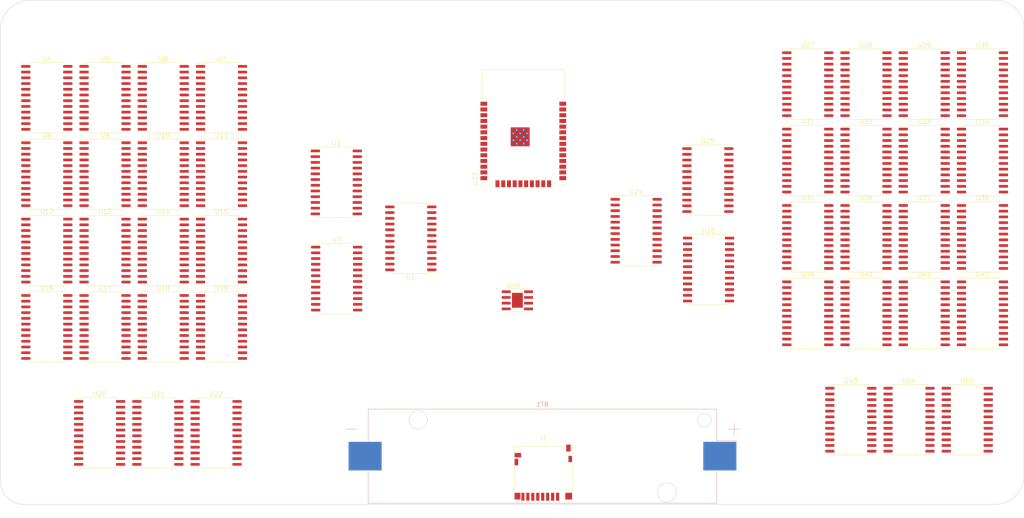
<source format=kicad_pcb>
(kicad_pcb (version 20221018) (generator pcbnew)
  (layers (0 "F.Cu" signal) (31 "B.Cu" signal) (34 "B.Paste" user) (35 "F.Paste" user) (36 "B.SilkS" user "B.Silkscreen") (37 "F.SilkS" user "F.Silkscreen") (38 "B.Mask" user) (39 "F.Mask" user) (44 "Edge.Cuts" user))
  (net 0 "")
  (net 1 "P25")
  (net 8 "Net-(U1-I1)")
  (net 9 "Net-(U1-I0)")
  (net 10 "B0")
  (net 12 "GND")
  (net 24 "+3.3V")
  (net 25 "08")
  (net 26 "07")
  (net 27 "06")
  (net 28 "05")
  (net 29 "04")
  (net 30 "03")
  (net 31 "02")
  (net 32 "01")
  (net 33 "B1")
  (net 34 "B2")
  (net 35 "B4")
  (net 36 "B3")
  (net 38 "016")
  (net 39 "015")
  (net 40 "014")
  (net 41 "013")
  (net 42 "012")
  (net 43 "011")
  (net 44 "010")
  (net 45 "09")
  (net 51 "13")
  (net 52 "12")
  (net 53 "11")
  (net 71 "B5")
  (net 72 "B6")
  (net 73 "B8")
  (net 74 "B7")
  (net 75 "Net-(BT1-+)")
  (net 109 "+5V")
  (net 143 "Net-(J1-CMD)")
  (net 397 "P26")
  (net 398 "D8")
  (net 405 "D0")
  (net 406 "D1")
  (net 407 "D2")
  (net 408 "D3")
  (net 409 "D4")
  (net 411 "D5")
  (net 412 "D6")
  (net 413 "D7")
  (net 420 "Net-(U24-I1)")
  (net 421 "Net-(U24-I0)")
  (footprint "Package_SO:SOIC-24W_7.5x15.4mm_P1.27mm" (layer "F.Cu") (at 168.02 86.355)
    (fp_text reference "U24")
    (fp_text value "CD74HC4067M")
  )
  (footprint "Package_SO:SOIC-24W_7.5x15.4mm_P1.27mm" (layer "F.Cu") (at 206.08 53.825)
    (fp_text reference "U27")
    (fp_text value "CD74HC4067M")
  )
  (footprint "Package_SO:SOIC-24W_7.5x15.4mm_P1.27mm" (layer "F.Cu") (at 76.08 107.705)
    (fp_text reference "U19")
    (fp_text value "CD74HC4067M")
  )
  (footprint "Package_SO:SOIC-24W_7.5x15.4mm_P1.27mm" (layer "F.Cu") (at 63.17 90.755)
    (fp_text reference "U14")
    (fp_text value "CD74HC4067M")
  )
  (footprint "Package_SO:SOIC-24W_7.5x15.4mm_P1.27mm" (layer "F.Cu") (at 118.06 88.04 180)
    (fp_text reference "U1")
    (fp_text value "CD74HC4067M")
  )
  (footprint "Package_SO:SOIC-24W_7.5x15.4mm_P1.27mm" (layer "F.Cu") (at 231.9 104.675)
    (fp_text reference "U41")
    (fp_text value "CD74HC4067M")
  )
  (footprint "Package_SO:SOIC-24W_7.5x15.4mm_P1.27mm" (layer "F.Cu") (at 244.81 87.725)
    (fp_text reference "U38")
    (fp_text value "CD74HC4067M")
  )
  (footprint "Package_SO:SOIC-24W_7.5x15.4mm_P1.27mm" (layer "F.Cu") (at 63.17 56.855)
    (fp_text reference "U6")
    (fp_text value "CD74HC4067M")
  )
  (footprint "Package_SO:SOIC-24W_7.5x15.4mm_P1.27mm" (layer "F.Cu") (at 50.26 56.855)
    (fp_text reference "U5")
    (fp_text value "CD74HC4067M")
  )
  (footprint "Package_SO:SOIC-24W_7.5x15.4mm_P1.27mm" (layer "F.Cu") (at 218.99 104.675)
    (fp_text reference "U40")
    (fp_text value "CD74HC4067M")
  )
  (footprint "Connector_Card:microSD_HC_Hirose_DM3D-SF" (layer "F.Cu") (at 147.435 140.04)
    (fp_text reference "J1")
    (fp_text value "Micro_SD_Card")
  )
  (footprint "Package_SO:SOIC-24W_7.5x15.4mm_P1.27mm" (layer "F.Cu") (at 231.9 53.825)
    (fp_text reference "U29")
    (fp_text value "CD74HC4067M")
  )
  (footprint "Package_SO:SOIC-24W_7.5x15.4mm_P1.27mm" (layer "F.Cu") (at 50.26 107.705)
    (fp_text reference "U17")
    (fp_text value "CD74HC4067M")
  )
  (footprint "RF_Module:ESP32-WROOM-32" (layer "F.Cu") (at 142.995 66.415)
    (fp_text reference "U23")
    (fp_text value "ESP32-WROOM-32")
  )
  (footprint "Package_SO:SOIC-24W_7.5x15.4mm_P1.27mm" (layer "F.Cu") (at 241.44 128.295)
    (fp_text reference "U45")
    (fp_text value "CD74HC4067M")
  )
  (footprint "Package_SO:SOIC-24W_7.5x15.4mm_P1.27mm" (layer "F.Cu") (at 215.62 128.295)
    (fp_text reference "U43")
    (fp_text value "CD74HC4067M")
  )
  (footprint "Package_SO:SOIC-24W_7.5x15.4mm_P1.27mm" (layer "F.Cu") (at 76.08 56.855)
    (fp_text reference "U7")
    (fp_text value "CD74HC4067M")
  )
  (footprint "Package_SO:SOIC-24W_7.5x15.4mm_P1.27mm" (layer "F.Cu") (at 206.08 104.675)
    (fp_text reference "U39")
    (fp_text value "CD74HC4067M")
  )
  (footprint "Package_SO:SOIC-24W_7.5x15.4mm_P1.27mm" (layer "F.Cu") (at 37.35 56.855)
    (fp_text reference "U4")
    (fp_text value "CD74HC4067M")
  )
  (footprint "Package_SO:SOIC-24W_7.5x15.4mm_P1.27mm" (layer "F.Cu") (at 37.35 73.805)
    (fp_text reference "U8")
    (fp_text value "CD74HC4067M")
  )
  (footprint "Package_SO:SOIC-24W_7.5x15.4mm_P1.27mm" (layer "F.Cu") (at 218.99 70.775)
    (fp_text reference "U32")
    (fp_text value "CD74HC4067M")
  )
  (footprint "Package_SO:SOIC-24W_7.5x15.4mm_P1.27mm" (layer "F.Cu") (at 63.17 73.805)
    (fp_text reference "U10")
    (fp_text value "CD74HC4067M")
  )
  (footprint "Package_SO:SOIC-24W_7.5x15.4mm_P1.27mm" (layer "F.Cu") (at 218.99 87.725)
    (fp_text reference "U36")
    (fp_text value "CD74HC4067M")
  )
  (footprint "Package_SO:SOIC-24W_7.5x15.4mm_P1.27mm" (layer "F.Cu") (at 244.81 104.675)
    (fp_text reference "U42")
    (fp_text value "CD74HC4067M")
  )
  (footprint "Package_SO:SOIC-24W_7.5x15.4mm_P1.27mm" (layer "F.Cu") (at 74.88 131.22)
    (fp_text reference "U22")
    (fp_text value "CD74HC4067M")
  )
  (footprint "Package_SO:SOIC-24W_7.5x15.4mm_P1.27mm" (layer "F.Cu") (at 37.35 90.755)
    (fp_text reference "U12")
    (fp_text value "CD74HC4067M")
  )
  (footprint "Package_SO:SOIC-24W_7.5x15.4mm_P1.27mm" (layer "F.Cu") (at 184.08 94.965)
    (fp_text reference "U26")
    (fp_text value "CD74HC4067M")
  )
  (footprint "Package_SO:SOIC-24W_7.5x15.4mm_P1.27mm" (layer "F.Cu") (at 101.62 96.97)
    (fp_text reference "U3")
    (fp_text value "CD74HC4067M")
  )
  (footprint "Package_SO:SOIC-24W_7.5x15.4mm_P1.27mm" (layer "F.Cu") (at 49.06 131.22)
    (fp_text reference "U20")
    (fp_text value "CD74HC4067M")
  )
  (footprint "Package_SO:SOIC-24W_7.5x15.4mm_P1.27mm" (layer "F.Cu") (at 206.08 70.775)
    (fp_text reference "U31")
    (fp_text value "CD74HC4067M")
  )
  (footprint "Package_SO:SOIC-24W_7.5x15.4mm_P1.27mm" (layer "F.Cu") (at 231.9 87.725)
    (fp_text reference "U37")
    (fp_text value "CD74HC4067M")
  )
  (footprint "Package_SO:SOIC-24W_7.5x15.4mm_P1.27mm" (layer "F.Cu") (at 101.54 75.625)
    (fp_text reference "U2")
    (fp_text value "CD74HC4067M")
  )
  (footprint "Package_SO:SOIC-24W_7.5x15.4mm_P1.27mm" (layer "F.Cu") (at 244.81 70.775)
    (fp_text reference "U34")
    (fp_text value "CD74HC4067M")
  )
  (footprint "Package_SO:SOIC-24W_7.5x15.4mm_P1.27mm" (layer "F.Cu") (at 61.97 131.22)
    (fp_text reference "U21")
    (fp_text value "CD74HC4067M")
  )
  (footprint "Package_SO:SOIC-24W_7.5x15.4mm_P1.27mm" (layer "F.Cu") (at 231.9 70.775)
    (fp_text reference "U33")
    (fp_text value "CD74HC4067M")
  )
  (footprint "Package_SO:SOIC-24W_7.5x15.4mm_P1.27mm" (layer "F.Cu") (at 37.35 107.705)
    (fp_text reference "U16")
    (fp_text value "CD74HC4067M")
  )
  (footprint "Package_SO:SOIC-24W_7.5x15.4mm_P1.27mm" (layer "F.Cu") (at 206.08 87.725)
    (fp_text reference "U35")
    (fp_text value "CD74HC4067M")
  )
  (footprint "Package_SO:SOIC-24W_7.5x15.4mm_P1.27mm" (layer "F.Cu") (at 76.08 90.755)
    (fp_text reference "U15")
    (fp_text value "CD74HC4067M")
  )
  (footprint "Package_SO:SOIC-24W_7.5x15.4mm_P1.27mm" (layer "F.Cu") (at 228.53 128.295)
    (fp_text reference "U44")
    (fp_text value "CD74HC4067M")
  )
  (footprint "Package_SO:SOIC-24W_7.5x15.4mm_P1.27mm" (layer "F.Cu") (at 183.93 75.105)
    (fp_text reference "U25")
    (fp_text value "CD74HC4067M")
  )
  (footprint "Package_SO:SOIC-24W_7.5x15.4mm_P1.27mm" (layer "F.Cu") (at 50.26 73.805)
    (fp_text reference "U9")
    (fp_text value "CD74HC4067M")
  )
  (footprint "TP4056:SOP127P600X175-9N" (layer "F.Cu") (at 141.69 101.79)
    (fp_text reference "U46")
    (fp_text value "TP4056")
  )
  (footprint "Package_SO:SOIC-24W_7.5x15.4mm_P1.27mm" (layer "F.Cu") (at 218.99 53.825)
    (fp_text reference "U28")
    (fp_text value "CD74HC4067M")
  )
  (footprint "Package_SO:SOIC-24W_7.5x15.4mm_P1.27mm" (layer "F.Cu") (at 50.26 90.755)
    (fp_text reference "U13")
    (fp_text value "CD74HC4067M")
  )
  (footprint "Package_SO:SOIC-24W_7.5x15.4mm_P1.27mm" (layer "F.Cu") (at 76.08 73.805)
    (fp_text reference "U11")
    (fp_text value "CD74HC4067M")
  )
  (footprint "Package_SO:SOIC-24W_7.5x15.4mm_P1.27mm" (layer "F.Cu") (at 63.17 107.705)
    (fp_text reference "U18")
    (fp_text value "CD74HC4067M")
  )
  (footprint "Package_SO:SOIC-24W_7.5x15.4mm_P1.27mm" (layer "F.Cu") (at 244.81 53.825)
    (fp_text reference "U30")
    (fp_text value "CD74HC4067M")
  )
  (footprint "Battery:BatteryHolder_Keystone_1042_1x18650" (layer "B.Cu") (at 147.25 136.38 180)
    (fp_text reference "BT1")
    (fp_text value "Battery_Cell")
  )
  (gr_arc (start 27.02 41.9) (mid 28.985313 37.155313) (end 33.73 35.19) (stroke (width 0.1)) (layer "Edge.Cuts"))
  (gr_line (start 253.99 41.4) (end 253.99 140.69) (stroke (width 0.1)) (layer "Edge.Cuts"))
  (gr_arc (start 253.99 140.69) (mid 252.115483 145.215483) (end 247.59 147.09) (stroke (width 0.1)) (layer "Edge.Cuts"))
  (gr_line (start 27.02 141.84) (end 27.02 41.9) (stroke (width 0.1)) (layer "Edge.Cuts"))
  (gr_line (start 33.73 35.19) (end 247.78 35.19) (stroke (width 0.1)) (layer "Edge.Cuts"))
  (gr_circle (center 119.68 128.34) (end 118.23 129.79) (stroke (width 0.1)) (fill none) (layer "Edge.Cuts"))
  (gr_circle (center 183.16 128.4) (end 183.16 129.92) (stroke (width 0.1)) (fill none) (layer "Edge.Cuts"))
  (gr_arc (start 32.27 147.09) (mid 28.557689 145.552311) (end 27.02 141.84) (stroke (width 0.1)) (layer "Edge.Cuts"))
  (gr_line (start 247.59 147.09) (end 32.27 147.09) (stroke (width 0.1)) (layer "Edge.Cuts"))
  (gr_circle (center 174.85 144.44) (end 173.36 145.93) (stroke (width 0.1)) (fill none) (layer "Edge.Cuts"))
  (gr_arc (start 247.78 35.19) (mid 252.171133 37.008867) (end 253.99 41.4) (stroke (width 0.1)) (layer "Edge.Cuts"))
)
</source>
